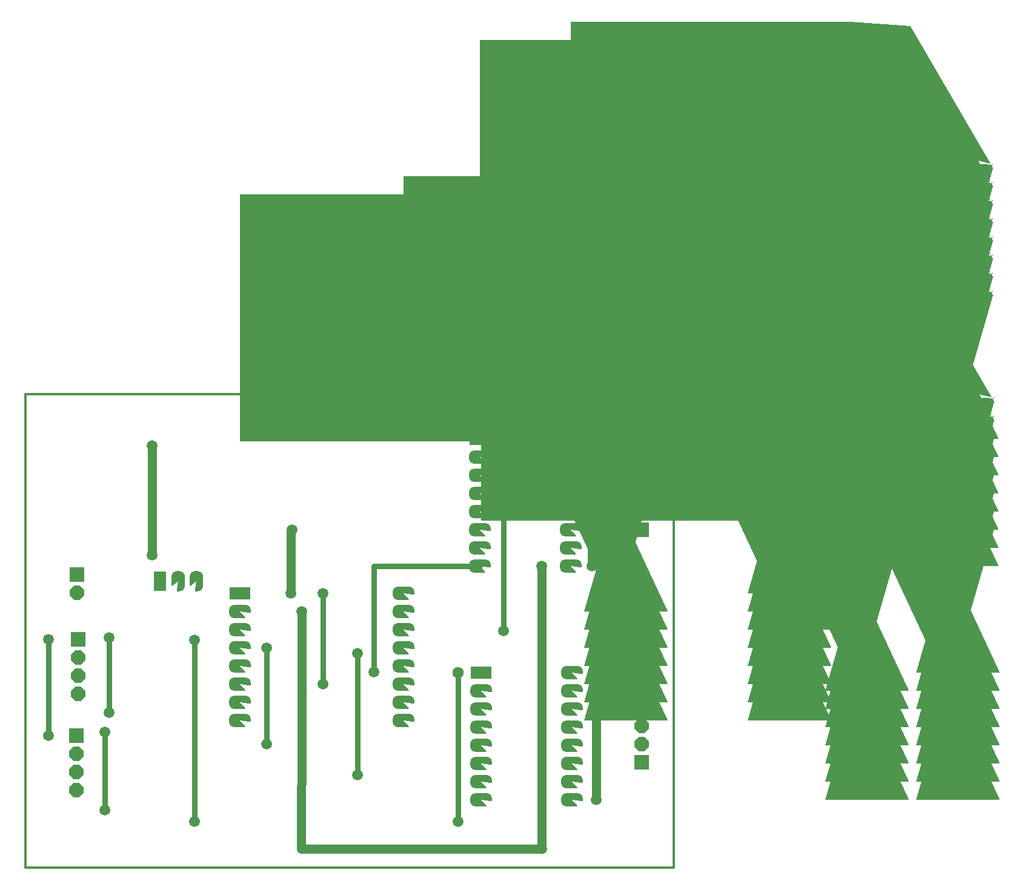
<source format=gbr>
G04 DesignSpark PCB Gerber Version 9.0 Build 5138 *
G04 #@! TF.Part,Single*
G04 #@! TF.FileFunction,Copper,L1,Top *
G04 #@! TF.FilePolarity,Positive *
%FSLAX35Y35*%
%MOIN*%
G04 #@! TA.AperFunction,ComponentPad*
%AMT19*0 Octagon Pad at angle 0*4,1,8,-0.01631,-0.03937,0.01631,-0.03937,0.03937,-0.01631,0.03937,0.01631,0.01631,0.03937,-0.01631,0.03937,-0.03937,0.01631,-0.03937,-0.01631,-0.01631,-0.03937,0*%
%ADD19T19*%
%AMT25*0 Rounded Rectangle Pad at angle 0*4,1,64,-0.00787,-0.05512,0.00787,-0.05512,0.01076,-0.05497,0.01361,-0.05452,0.01639,-0.05377,0.01909,-0.05273,0.02166,-0.05142,0.02407,-0.04985,0.02631,-0.04804,0.02835,-0.04600,0.03017,-0.04376,0.03174,-0.04134,0.03305,-0.03877,0.03409,-0.03607,0.03483,-0.03329,0.03529,-0.03044,0.03543,-0.02756,0.03543,0.02756,0.03528,0.03044,0.03483,0.03329,0.03408,0.03608,0.03305,0.03877,0.03174,0.04134,0.03017,0.04376,0.02835,0.04600,0.02631,0.04804,0.02407,0.04985,0.02165,0.05143,0.01908,0.05274,0.01639,0.05377,0.01360,0.05452,0.01075,0.05497,0.00787,0.05512,-0.00787,0.05512,-0.01076,0.05497,-0.01361,0.05452,-0.01639,0.05377,-0.01909,0.05273,-0.02166,0.05142,-0.02407,0.04985,-0.02631,0.04804,-0.02835,0.04600,-0.03017,0.04376,-0.03174,0.04134,-0.03305,0.03877,-0.03409,0.03607,-0.03483,0.03329,-0.03529,0.03044,-0.03543,0.02756,-0.03543,-0.02756,-0.03528,-0.03044,-0.03483,-0.03329,-0.03408,-0.03608,-0.03305,-0.03877,-0.03174,-0.04134,-0.03017,-0.04376,-0.02835,-0.04600,-0.02631,-0.04804,-0.02407,-0.04985,-0.02165,-0.05143,-0.01908,-0.05274,-0.01639,-0.05377,-0.01360,-0.05452,-0.01075,-0.05497,-0.00787,-0.05512,0*%
%ADD25T25*%
%ADD16R,0.07087X0.11024*%
%ADD18R,0.07874X0.07874*%
G04 #@! TD.AperFunction*
%ADD70C,0.01200*%
%ADD11C,0.03150*%
%ADD10C,0.05000*%
G04 #@! TA.AperFunction,ViaPad*
%ADD12C,0.05906*%
%ADD13C,0.06299*%
G04 #@! TA.AperFunction,ComponentPad*
%AMT24*0 Rounded Rectangle Pad at angle 90*4,1,64,0.05906,-0.00787,0.05906,0.00787,0.05891,0.01076,0.05845,0.01361,0.05770,0.01639,0.05667,0.01909,0.05536,0.02166,0.05379,0.02407,0.05197,0.02631,0.04993,0.02835,0.04769,0.03017,0.04528,0.03174,0.04270,0.03305,0.04001,0.03409,0.03722,0.03483,0.03437,0.03529,0.03150,0.03543,-0.03150,0.03543,-0.03438,0.03528,-0.03723,0.03483,-0.04002,0.03408,-0.04271,0.03305,-0.04528,0.03174,-0.04770,0.03017,-0.04994,0.02835,-0.05198,0.02631,-0.05379,0.02407,-0.05536,0.02165,-0.05667,0.01908,-0.05771,0.01639,-0.05846,0.01360,-0.05891,0.01075,-0.05906,0.00787,-0.05906,-0.00787,-0.05891,-0.01076,-0.05845,-0.01361,-0.05770,-0.01639,-0.05667,-0.01909,-0.05536,-0.02166,-0.05379,-0.02407,-0.05197,-0.02631,-0.04993,-0.02835,-0.04769,-0.03017,-0.04528,-0.03174,-0.04270,-0.03305,-0.04001,-0.03409,-0.03722,-0.03483,-0.03437,-0.03529,-0.03150,-0.03543,0.03150,-0.03543,0.03438,-0.03528,0.03723,-0.03483,0.04002,-0.03408,0.04271,-0.03305,0.04528,-0.03174,0.04770,-0.03017,0.04994,-0.02835,0.05198,-0.02631,0.05379,-0.02407,0.05536,-0.02165,0.05667,-0.01908,0.05771,-0.01639,0.05846,-0.01360,0.05891,-0.01075,0.05906,-0.00787,0*%
%ADD24T24*%
%ADD14R,0.11811X0.07087*%
X0Y0D02*
D02*
D10*
X153520Y172647D02*
Y232883D01*
X229819Y151702D02*
Y186820D01*
X230250*
X367750Y10876D02*
X235331D01*
X235724Y80915*
Y141702*
X367750Y166820D02*
Y10876D01*
X395250Y226820D02*
Y166820D01*
X397750Y98080D02*
Y38080D01*
X405250Y125009D02*
Y236820D01*
D02*
D11*
X96354Y73238D02*
Y126387D01*
X127457Y32490D02*
Y75403D01*
X129819Y86033D02*
Y127372D01*
X176591Y125876D02*
Y25876D01*
X216433Y68710D02*
Y121702D01*
X247535Y101702D02*
Y151712D01*
X266496Y51781D02*
Y118710D01*
X275250Y108199D02*
Y166820D01*
X333701*
X321591Y25876D02*
Y108080D01*
X346591Y130876D02*
Y233376D01*
D02*
D12*
X96354Y73238D03*
Y126387D03*
X127457Y32490D03*
Y75403D03*
X129819Y86033D03*
Y127372D03*
X153520Y172647D03*
Y232883D03*
X176591Y25876D03*
Y125876D03*
X216433Y68710D03*
Y121702D03*
X229819Y151702D03*
X230250Y186820D03*
X235724Y141702D03*
X247535Y101702D03*
Y151712D03*
X266496Y51781D03*
Y118710D03*
X275250Y108199D03*
X321591Y25876D03*
X346591Y130876D03*
Y233376D03*
X367750Y10876D03*
Y166820D03*
X395250D03*
Y226820D03*
X397750Y38080D03*
Y98080D03*
X405250Y125009D03*
Y236820D03*
D02*
D13*
X321591Y108080D03*
D02*
D14*
X201709Y151702D03*
X333701Y236820D03*
X334488Y108080D03*
D02*
D16*
X157750Y158199D03*
D02*
D18*
X111709Y73238D03*
X112024Y161929D03*
X112890Y126387D03*
X422632Y186624D03*
X422750Y58671D03*
D02*
D19*
X111709Y43238D03*
Y53238D03*
Y63238D03*
X112024Y151929D03*
X112890Y96387D03*
Y106387D03*
Y116387D03*
X422632Y196624D03*
Y206624D03*
Y216624D03*
X422750Y68671D03*
Y78671D03*
Y88671D03*
D02*
D70*
X83756Y600D02*
X440250D01*
Y261230*
X83756*
Y600*
D02*
D24*
X201709Y81702D03*
Y91702D03*
Y101702D03*
Y111702D03*
Y121702D03*
Y131702D03*
Y141702D03*
X291709Y81702D03*
Y91702D03*
Y101702D03*
Y111702D03*
Y121702D03*
Y131702D03*
Y141702D03*
Y151702D03*
X333701Y166820D03*
Y176820D03*
Y186820D03*
Y196820D03*
Y206820D03*
Y216820D03*
Y226820D03*
X334488Y38080D03*
Y48080D03*
Y58080D03*
Y68080D03*
Y78080D03*
Y88080D03*
Y98080D03*
X383701Y166820D03*
Y176820D03*
Y186820D03*
Y196820D03*
Y206820D03*
Y216820D03*
Y226820D03*
Y236820D03*
X384488Y38080D03*
Y48080D03*
Y58080D03*
Y68080D03*
Y78080D03*
Y88080D03*
Y98080D03*
Y108080D03*
D02*
D25*
X167750Y158199D03*
X177750D03*
X0Y0D02*
M02*

</source>
